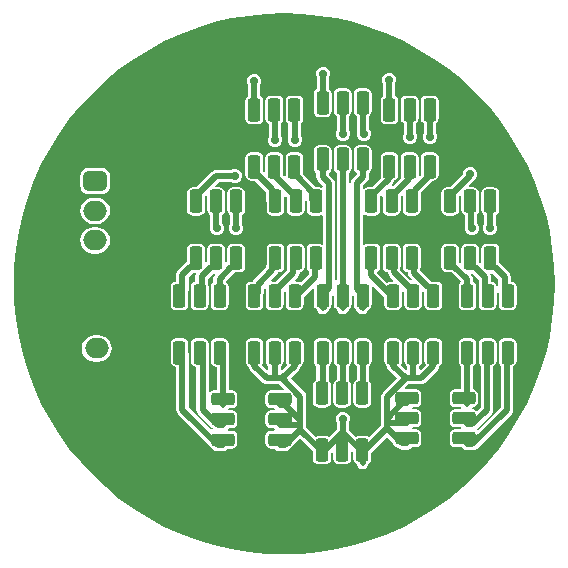
<source format=gtl>
G04*
G04 #@! TF.GenerationSoftware,Altium Limited,Altium Designer,21.4.1 (30)*
G04*
G04 Layer_Physical_Order=1*
G04 Layer_Color=255*
%FSLAX25Y25*%
%MOIN*%
G70*
G04*
G04 #@! TF.SameCoordinates,C5A25FCA-50C6-4F6C-8C9A-811C773B13C6*
G04*
G04*
G04 #@! TF.FilePolarity,Positive*
G04*
G01*
G75*
G04:AMPARAMS|DCode=12|XSize=78.74mil|YSize=43.31mil|CornerRadius=10.83mil|HoleSize=0mil|Usage=FLASHONLY|Rotation=180.000|XOffset=0mil|YOffset=0mil|HoleType=Round|Shape=RoundedRectangle|*
%AMROUNDEDRECTD12*
21,1,0.07874,0.02165,0,0,180.0*
21,1,0.05709,0.04331,0,0,180.0*
1,1,0.02165,-0.02854,0.01083*
1,1,0.02165,0.02854,0.01083*
1,1,0.02165,0.02854,-0.01083*
1,1,0.02165,-0.02854,-0.01083*
%
%ADD12ROUNDEDRECTD12*%
G04:AMPARAMS|DCode=13|XSize=78.74mil|YSize=43.31mil|CornerRadius=10.83mil|HoleSize=0mil|Usage=FLASHONLY|Rotation=270.000|XOffset=0mil|YOffset=0mil|HoleType=Round|Shape=RoundedRectangle|*
%AMROUNDEDRECTD13*
21,1,0.07874,0.02165,0,0,270.0*
21,1,0.05709,0.04331,0,0,270.0*
1,1,0.02165,-0.01083,-0.02854*
1,1,0.02165,-0.01083,0.02854*
1,1,0.02165,0.01083,0.02854*
1,1,0.02165,0.01083,-0.02854*
%
%ADD13ROUNDEDRECTD13*%
%ADD20C,0.02000*%
G04:AMPARAMS|DCode=21|XSize=66.93mil|YSize=78.74mil|CornerRadius=16.73mil|HoleSize=0mil|Usage=FLASHONLY|Rotation=270.000|XOffset=0mil|YOffset=0mil|HoleType=Round|Shape=RoundedRectangle|*
%AMROUNDEDRECTD21*
21,1,0.06693,0.04528,0,0,270.0*
21,1,0.03347,0.07874,0,0,270.0*
1,1,0.03346,-0.02264,-0.01673*
1,1,0.03346,-0.02264,0.01673*
1,1,0.03346,0.02264,0.01673*
1,1,0.03346,0.02264,-0.01673*
%
%ADD21ROUNDEDRECTD21*%
%ADD22O,0.07874X0.06693*%
%ADD23C,0.23622*%
%ADD24C,0.02756*%
G36*
X383399Y392507D02*
X389274Y391929D01*
X395097Y390967D01*
X400845Y389627D01*
X406494Y387913D01*
X412018Y385834D01*
X417394Y383398D01*
X422600Y380616D01*
X427613Y377499D01*
X432410Y374061D01*
X436973Y370316D01*
X441281Y366281D01*
X445316Y361973D01*
X449061Y357410D01*
X452499Y352613D01*
X455616Y347600D01*
X458398Y342394D01*
X460834Y337018D01*
X462913Y331494D01*
X464627Y325846D01*
X465967Y320097D01*
X466929Y314274D01*
X467507Y308399D01*
X467700Y302500D01*
X467507Y296601D01*
X466929Y290726D01*
X465967Y284903D01*
X464627Y279154D01*
X462913Y273506D01*
X460834Y267982D01*
X458398Y262606D01*
X455616Y257400D01*
X452499Y252387D01*
X449061Y247590D01*
X445316Y243027D01*
X441281Y238719D01*
X436973Y234684D01*
X432410Y230939D01*
X427613Y227501D01*
X422600Y224384D01*
X417394Y221602D01*
X412018Y219166D01*
X406494Y217087D01*
X400845Y215373D01*
X395097Y214033D01*
X389274Y213071D01*
X383399Y212493D01*
X377500Y212300D01*
X371601Y212493D01*
X365726Y213071D01*
X359903Y214033D01*
X354154Y215373D01*
X348506Y217087D01*
X342982Y219166D01*
X337606Y221602D01*
X332400Y224384D01*
X327387Y227501D01*
X322590Y230939D01*
X318027Y234684D01*
X313719Y238719D01*
X309684Y243027D01*
X305939Y247590D01*
X302501Y252387D01*
X299384Y257400D01*
X296602Y262606D01*
X294166Y267982D01*
X292087Y273506D01*
X290373Y279154D01*
X289033Y284903D01*
X288071Y290726D01*
X287493Y296601D01*
X287300Y302500D01*
X287493Y308399D01*
X288071Y314274D01*
X289033Y320097D01*
X290373Y325846D01*
X292087Y331494D01*
X294166Y337018D01*
X296602Y342394D01*
X299384Y347600D01*
X302501Y352613D01*
X305939Y357410D01*
X309684Y361973D01*
X313719Y366281D01*
X318027Y370316D01*
X322590Y374061D01*
X327387Y377499D01*
X332400Y380616D01*
X337606Y383398D01*
X342982Y385834D01*
X348506Y387913D01*
X354154Y389627D01*
X359903Y390967D01*
X365726Y391929D01*
X371601Y392507D01*
X377500Y392700D01*
X383399Y392507D01*
D02*
G37*
%LPC*%
G36*
X390973Y374878D02*
X390027D01*
X389153Y374516D01*
X388484Y373847D01*
X388122Y372973D01*
Y372027D01*
X388364Y371442D01*
Y367426D01*
X387876Y367100D01*
X387463Y366482D01*
X387318Y365752D01*
Y360043D01*
X387463Y359314D01*
X387876Y358695D01*
X388495Y358282D01*
X389224Y358137D01*
X391390D01*
X392119Y358282D01*
X392738Y358695D01*
X393151Y359314D01*
X393297Y360043D01*
Y365752D01*
X393151Y366482D01*
X392738Y367100D01*
X392443Y367298D01*
Y371080D01*
X392516Y371153D01*
X392878Y372027D01*
Y372973D01*
X392516Y373847D01*
X391847Y374516D01*
X390973Y374878D01*
D02*
G37*
G36*
X412973Y372878D02*
X412027D01*
X411153Y372516D01*
X410484Y371847D01*
X410122Y370973D01*
Y370027D01*
X410484Y369153D01*
X410518Y369119D01*
Y364926D01*
X410184Y364703D01*
X409771Y364084D01*
X409626Y363354D01*
Y357646D01*
X409771Y356916D01*
X410184Y356297D01*
X410803Y355884D01*
X411532Y355739D01*
X413698D01*
X414427Y355884D01*
X415046Y356297D01*
X415459Y356916D01*
X415604Y357646D01*
Y363354D01*
X415459Y364084D01*
X415046Y364703D01*
X414597Y365003D01*
Y369348D01*
X414878Y370027D01*
Y370973D01*
X414516Y371847D01*
X413847Y372516D01*
X412973Y372878D01*
D02*
G37*
G36*
X367973Y372378D02*
X367027D01*
X366153Y372016D01*
X365484Y371347D01*
X365122Y370473D01*
Y369527D01*
X365484Y368653D01*
X365490Y368647D01*
Y364945D01*
X365128Y364703D01*
X364715Y364084D01*
X364570Y363354D01*
Y357646D01*
X364715Y356916D01*
X365128Y356297D01*
X365747Y355884D01*
X366476Y355739D01*
X368642D01*
X369371Y355884D01*
X369990Y356297D01*
X370403Y356916D01*
X370548Y357646D01*
Y363354D01*
X370403Y364084D01*
X369990Y364703D01*
X369569Y364984D01*
Y368780D01*
X369878Y369527D01*
Y370473D01*
X369516Y371347D01*
X368847Y372016D01*
X367973Y372378D01*
D02*
G37*
G36*
X404776Y367659D02*
X402610D01*
X401881Y367513D01*
X401262Y367100D01*
X400849Y366482D01*
X400703Y365752D01*
Y360043D01*
X400849Y359314D01*
X401262Y358695D01*
X401807Y358331D01*
Y353420D01*
X401622Y352973D01*
Y352027D01*
X401984Y351153D01*
X402653Y350484D01*
X403527Y350122D01*
X404473D01*
X405347Y350484D01*
X406016Y351153D01*
X406378Y352027D01*
Y352973D01*
X406016Y353847D01*
X405886Y353977D01*
Y358536D01*
X406124Y358695D01*
X406537Y359314D01*
X406682Y360043D01*
Y365752D01*
X406537Y366482D01*
X406124Y367100D01*
X405505Y367513D01*
X404776Y367659D01*
D02*
G37*
G36*
X398083D02*
X395917D01*
X395188Y367513D01*
X394569Y367100D01*
X394156Y366482D01*
X394011Y365752D01*
Y360043D01*
X394156Y359314D01*
X394569Y358695D01*
X394961Y358433D01*
Y353791D01*
X394622Y352973D01*
Y352027D01*
X394984Y351153D01*
X395653Y350484D01*
X396527Y350122D01*
X397473D01*
X398347Y350484D01*
X399016Y351153D01*
X399378Y352027D01*
Y352973D01*
X399039Y353791D01*
Y358433D01*
X399431Y358695D01*
X399844Y359314D01*
X399989Y360043D01*
Y365752D01*
X399844Y366482D01*
X399431Y367100D01*
X398812Y367513D01*
X398083Y367659D01*
D02*
G37*
G36*
X427084Y365261D02*
X424918D01*
X424189Y365116D01*
X423570Y364703D01*
X423157Y364084D01*
X423011Y363354D01*
Y357646D01*
X423157Y356916D01*
X423570Y356297D01*
X423961Y356036D01*
Y352792D01*
X423622Y351973D01*
Y351027D01*
X423984Y350153D01*
X424653Y349484D01*
X425527Y349122D01*
X426473D01*
X427347Y349484D01*
X428016Y350153D01*
X428378Y351027D01*
Y351973D01*
X428040Y352790D01*
Y356035D01*
X428432Y356297D01*
X428845Y356916D01*
X428990Y357646D01*
Y363354D01*
X428845Y364084D01*
X428432Y364703D01*
X427813Y365116D01*
X427084Y365261D01*
D02*
G37*
G36*
X420391D02*
X418225D01*
X417496Y365116D01*
X416877Y364703D01*
X416464Y364084D01*
X416319Y363354D01*
Y357646D01*
X416464Y356916D01*
X416877Y356297D01*
X417365Y355972D01*
Y352559D01*
X417122Y351973D01*
Y351027D01*
X417484Y350153D01*
X418153Y349484D01*
X419027Y349122D01*
X419973D01*
X420847Y349484D01*
X421516Y350153D01*
X421878Y351027D01*
Y351973D01*
X421516Y352847D01*
X421443Y352920D01*
Y356100D01*
X421739Y356297D01*
X422152Y356916D01*
X422297Y357646D01*
Y363354D01*
X422152Y364084D01*
X421739Y364703D01*
X421120Y365116D01*
X420391Y365261D01*
D02*
G37*
G36*
X382028D02*
X379862D01*
X379133Y365116D01*
X378514Y364703D01*
X378101Y364084D01*
X377956Y363354D01*
Y357646D01*
X378101Y356916D01*
X378514Y356297D01*
X378933Y356017D01*
Y351724D01*
X378622Y350973D01*
Y350027D01*
X378984Y349153D01*
X379653Y348484D01*
X380527Y348122D01*
X381473D01*
X382347Y348484D01*
X383016Y349153D01*
X383378Y350027D01*
Y350973D01*
X383016Y351847D01*
X383012Y351851D01*
Y356054D01*
X383376Y356297D01*
X383789Y356916D01*
X383934Y357646D01*
Y363354D01*
X383789Y364084D01*
X383376Y364703D01*
X382757Y365116D01*
X382028Y365261D01*
D02*
G37*
G36*
X375335D02*
X373169D01*
X372440Y365116D01*
X371821Y364703D01*
X371408Y364084D01*
X371263Y363354D01*
Y357646D01*
X371408Y356916D01*
X371821Y356297D01*
X372337Y355953D01*
Y351491D01*
X372122Y350973D01*
Y350027D01*
X372484Y349153D01*
X373153Y348484D01*
X374027Y348122D01*
X374973D01*
X375847Y348484D01*
X376516Y349153D01*
X376878Y350027D01*
Y350973D01*
X376516Y351847D01*
X376415Y351948D01*
Y356118D01*
X376683Y356297D01*
X377096Y356916D01*
X377241Y357646D01*
Y363354D01*
X377096Y364084D01*
X376683Y364703D01*
X376064Y365116D01*
X375335Y365261D01*
D02*
G37*
G36*
X404776Y348761D02*
X402610D01*
X401881Y348616D01*
X401262Y348203D01*
X400849Y347584D01*
X400703Y346854D01*
Y341146D01*
X400849Y340416D01*
X401262Y339797D01*
X401626Y339554D01*
X401657Y339041D01*
X400219Y337603D01*
X399777Y336942D01*
X399636Y336229D01*
X399136Y336278D01*
Y339600D01*
X399431Y339797D01*
X399844Y340416D01*
X399989Y341146D01*
Y346854D01*
X399844Y347584D01*
X399431Y348203D01*
X398812Y348616D01*
X398083Y348761D01*
X395917D01*
X395188Y348616D01*
X394569Y348203D01*
X394156Y347584D01*
X394011Y346854D01*
Y341146D01*
X394156Y340416D01*
X394569Y339797D01*
X395057Y339471D01*
Y303574D01*
X395039Y303563D01*
X394539Y303846D01*
Y336000D01*
X394384Y336780D01*
X393942Y337442D01*
X392567Y338817D01*
X392618Y339425D01*
X392780Y339533D01*
X393222Y340195D01*
X393377Y340975D01*
X393297Y341380D01*
Y346854D01*
X393151Y347584D01*
X392738Y348203D01*
X392119Y348616D01*
X391390Y348761D01*
X389224D01*
X388495Y348616D01*
X387876Y348203D01*
X387463Y347584D01*
X387318Y346854D01*
Y341146D01*
X387463Y340416D01*
X387876Y339797D01*
X388268Y339536D01*
Y338193D01*
X388423Y337413D01*
X388865Y336751D01*
X390376Y335240D01*
X390333Y334791D01*
X389887Y334566D01*
X389812Y334616D01*
X389083Y334761D01*
X388123D01*
X383934Y338950D01*
Y344457D01*
X383789Y345186D01*
X383376Y345805D01*
X382757Y346218D01*
X382028Y346363D01*
X379862D01*
X379133Y346218D01*
X378514Y345805D01*
X378101Y345186D01*
X377956Y344457D01*
Y338748D01*
X377992Y338563D01*
X377582Y338344D01*
X377227Y338674D01*
X377241Y338748D01*
Y344457D01*
X377096Y345186D01*
X376683Y345805D01*
X376064Y346218D01*
X375335Y346363D01*
X373169D01*
X372440Y346218D01*
X371821Y345805D01*
X371408Y345186D01*
X371263Y344457D01*
Y340064D01*
X370763Y339818D01*
X370548Y339984D01*
Y344457D01*
X370403Y345186D01*
X369990Y345805D01*
X369371Y346218D01*
X368642Y346363D01*
X366476D01*
X365747Y346218D01*
X365128Y345805D01*
X364715Y345186D01*
X364570Y344457D01*
Y338748D01*
X364715Y338018D01*
X365128Y337400D01*
X365747Y336986D01*
X366476Y336841D01*
X367775D01*
X371461Y333155D01*
Y330500D01*
X371616Y329720D01*
X371625Y329707D01*
Y327146D01*
X371770Y326416D01*
X372183Y325797D01*
X372802Y325384D01*
X373532Y325239D01*
X375697D01*
X376427Y325384D01*
X377045Y325797D01*
X377458Y326416D01*
X377604Y327146D01*
Y331535D01*
X378104Y331780D01*
X378318Y331614D01*
Y327146D01*
X378463Y326416D01*
X378876Y325797D01*
X379495Y325384D01*
X380224Y325239D01*
X382390D01*
X383119Y325384D01*
X383738Y325797D01*
X384151Y326416D01*
X384296Y327146D01*
Y331619D01*
X384797Y331887D01*
X384846Y331853D01*
Y330500D01*
X385002Y329720D01*
X385011Y329707D01*
Y327146D01*
X385156Y326416D01*
X385569Y325797D01*
X386188Y325384D01*
X386917Y325239D01*
X389083D01*
X389812Y325384D01*
X389961Y325483D01*
X390461Y325216D01*
Y315886D01*
X389961Y315619D01*
X389812Y315718D01*
X389083Y315863D01*
X386917D01*
X386188Y315718D01*
X385569Y315305D01*
X385156Y314686D01*
X385011Y313957D01*
Y308248D01*
X385156Y307518D01*
X385569Y306900D01*
X385855Y306709D01*
Y305739D01*
X383064Y302948D01*
X382812Y303116D01*
X382083Y303261D01*
X381298D01*
X381107Y303723D01*
X382041Y304657D01*
X382483Y305319D01*
X382639Y306099D01*
Y306391D01*
X383119Y306487D01*
X383738Y306900D01*
X384151Y307518D01*
X384296Y308248D01*
Y313957D01*
X384151Y314686D01*
X383738Y315305D01*
X383119Y315718D01*
X382390Y315863D01*
X380224D01*
X379495Y315718D01*
X378876Y315305D01*
X378463Y314686D01*
X378318Y313957D01*
Y308248D01*
X378463Y307518D01*
X378560Y307373D01*
Y306944D01*
X374936Y303320D01*
X374686Y303270D01*
X374673Y303261D01*
X373393D01*
X373158Y303734D01*
X374942Y305517D01*
X375384Y306179D01*
X375416Y306341D01*
X375697D01*
X376427Y306487D01*
X377045Y306900D01*
X377458Y307518D01*
X377604Y308248D01*
Y313957D01*
X377458Y314686D01*
X377045Y315305D01*
X376427Y315718D01*
X375697Y315863D01*
X373532D01*
X372802Y315718D01*
X372183Y315305D01*
X371770Y314686D01*
X371625Y313957D01*
Y308965D01*
X371616Y308952D01*
X371461Y308172D01*
Y307804D01*
X367287Y303630D01*
X367040Y303261D01*
X366531D01*
X365802Y303116D01*
X365183Y302703D01*
X364770Y302084D01*
X364625Y301354D01*
Y295646D01*
X364770Y294916D01*
X365183Y294297D01*
X365802Y293884D01*
X366531Y293739D01*
X368697D01*
X369426Y293884D01*
X370045Y294297D01*
X370458Y294916D01*
X370604Y295646D01*
Y298821D01*
X370612Y298834D01*
X370768Y299614D01*
Y300901D01*
X370818Y300932D01*
X371318Y300654D01*
Y295646D01*
X371463Y294916D01*
X371876Y294297D01*
X372495Y293884D01*
X373224Y293739D01*
X375390D01*
X376119Y293884D01*
X376738Y294297D01*
X377151Y294916D01*
X377296Y295646D01*
Y299764D01*
X377511Y299926D01*
X378011Y299679D01*
Y295646D01*
X378156Y294916D01*
X378569Y294297D01*
X379188Y293884D01*
X379917Y293739D01*
X382083D01*
X382812Y293884D01*
X383431Y294297D01*
X383844Y294916D01*
X383989Y295646D01*
Y298106D01*
X386818Y300934D01*
X387318Y300727D01*
Y295646D01*
X387463Y294916D01*
X387876Y294297D01*
X388374Y293965D01*
X388423Y293720D01*
X388865Y293058D01*
X389527Y292616D01*
X390307Y292461D01*
X391087Y292616D01*
X391749Y293058D01*
X392451Y293760D01*
X392893Y294422D01*
X392923Y294575D01*
X393151Y294916D01*
X393297Y295646D01*
Y298688D01*
X393511Y298849D01*
X394011Y298600D01*
Y295646D01*
X394156Y294916D01*
X394569Y294297D01*
X395067Y293965D01*
X395116Y293720D01*
X395558Y293058D01*
X396220Y292616D01*
X397000Y292461D01*
X397780Y292616D01*
X398442Y293058D01*
X398538Y293155D01*
X398538Y293155D01*
X398980Y293816D01*
X399022Y294024D01*
X399431Y294297D01*
X399844Y294916D01*
X399989Y295646D01*
Y298600D01*
X400489Y298849D01*
X400703Y298688D01*
Y295646D01*
X400849Y294916D01*
X401077Y294575D01*
X401107Y294422D01*
X401549Y293760D01*
X402251Y293058D01*
X402913Y292616D01*
X403693Y292461D01*
X404473Y292616D01*
X405135Y293058D01*
X405577Y293720D01*
X405626Y293965D01*
X406124Y294297D01*
X406537Y294916D01*
X406682Y295646D01*
Y301354D01*
X406651Y301511D01*
X407112Y301758D01*
X410654Y298216D01*
Y297114D01*
X410809Y296334D01*
X410818Y296321D01*
Y295646D01*
X410963Y294916D01*
X411376Y294297D01*
X411995Y293884D01*
X412724Y293739D01*
X414890D01*
X415619Y293884D01*
X416238Y294297D01*
X416651Y294916D01*
X416796Y295646D01*
Y299877D01*
X417297Y300122D01*
X417511Y299957D01*
Y295646D01*
X417656Y294916D01*
X418069Y294297D01*
X418688Y293884D01*
X419417Y293739D01*
X421583D01*
X422312Y293884D01*
X422931Y294297D01*
X423344Y294916D01*
X423489Y295646D01*
Y299679D01*
X423989Y299926D01*
X424203Y299764D01*
Y295646D01*
X424349Y294916D01*
X424762Y294297D01*
X425381Y293884D01*
X426110Y293739D01*
X428276D01*
X429005Y293884D01*
X429624Y294297D01*
X430037Y294916D01*
X430182Y295646D01*
Y301354D01*
X430037Y302084D01*
X429624Y302703D01*
X429005Y303116D01*
X428276Y303261D01*
X426827D01*
X426814Y303270D01*
X426564Y303320D01*
X422843Y307041D01*
Y307517D01*
X422844Y307518D01*
X422989Y308248D01*
Y313957D01*
X422844Y314686D01*
X422431Y315305D01*
X421812Y315718D01*
X421083Y315863D01*
X418917D01*
X418188Y315718D01*
X417569Y315305D01*
X417156Y314686D01*
X417011Y313957D01*
Y308248D01*
X417156Y307518D01*
X417569Y306900D01*
X418188Y306487D01*
X418765Y306372D01*
Y306196D01*
X418920Y305415D01*
X419362Y304754D01*
X419982Y304135D01*
X419817Y303592D01*
X419796Y303588D01*
X416247Y307137D01*
Y307999D01*
X416296Y308248D01*
Y313957D01*
X416151Y314686D01*
X415738Y315305D01*
X415119Y315718D01*
X414390Y315863D01*
X412224D01*
X411495Y315718D01*
X410876Y315305D01*
X410463Y314686D01*
X410318Y313957D01*
Y308248D01*
X410463Y307518D01*
X410876Y306900D01*
X411495Y306487D01*
X412169Y306352D01*
Y306292D01*
X412324Y305512D01*
X412766Y304850D01*
X413893Y303723D01*
X413702Y303261D01*
X412724D01*
X411995Y303116D01*
X411711Y302926D01*
X408578Y306059D01*
X408618Y306614D01*
X409045Y306900D01*
X409458Y307518D01*
X409604Y308248D01*
Y313957D01*
X409458Y314686D01*
X409045Y315305D01*
X408427Y315718D01*
X407697Y315863D01*
X405532D01*
X404802Y315718D01*
X404201Y315317D01*
X404097Y315337D01*
X403701Y315483D01*
Y325620D01*
X404097Y325766D01*
X404201Y325786D01*
X404802Y325384D01*
X405532Y325239D01*
X407697D01*
X408427Y325384D01*
X409045Y325797D01*
X409458Y326416D01*
X409604Y327146D01*
Y331684D01*
X409818Y331849D01*
X410318Y331604D01*
Y327146D01*
X410463Y326416D01*
X410876Y325797D01*
X411495Y325384D01*
X412224Y325239D01*
X414390D01*
X415119Y325384D01*
X415738Y325797D01*
X416151Y326416D01*
X416296Y327146D01*
Y331764D01*
X416511Y331930D01*
X417011Y331684D01*
Y327146D01*
X417156Y326416D01*
X417569Y325797D01*
X418188Y325384D01*
X418917Y325239D01*
X421083D01*
X421812Y325384D01*
X422431Y325797D01*
X422844Y326416D01*
X422989Y327146D01*
Y330321D01*
X422998Y330334D01*
X423153Y331114D01*
Y333020D01*
X426975Y336841D01*
X427084D01*
X427813Y336986D01*
X428432Y337400D01*
X428845Y338018D01*
X428990Y338748D01*
Y343192D01*
X429077Y343322D01*
X429232Y344102D01*
X429077Y344883D01*
X428635Y345544D01*
X428583Y345579D01*
X428432Y345805D01*
X427813Y346218D01*
X427084Y346363D01*
X424918D01*
X424189Y346218D01*
X423570Y345805D01*
X423157Y345186D01*
X423011Y344457D01*
Y338751D01*
X422966Y338707D01*
X422763Y338525D01*
X422352Y338722D01*
X422297Y338770D01*
Y344457D01*
X422152Y345186D01*
X421739Y345805D01*
X421120Y346218D01*
X420391Y346363D01*
X418225D01*
X417496Y346218D01*
X416877Y345805D01*
X416464Y345186D01*
X416319Y344457D01*
Y338748D01*
X416464Y338018D01*
X416532Y337916D01*
X413624Y335008D01*
X413509Y335031D01*
X413345Y335574D01*
X413780Y336009D01*
X414222Y336671D01*
X414279Y336957D01*
X414427Y336986D01*
X415046Y337400D01*
X415459Y338018D01*
X415604Y338748D01*
Y344457D01*
X415459Y345186D01*
X415046Y345805D01*
X414427Y346218D01*
X413698Y346363D01*
X411532D01*
X410803Y346218D01*
X410184Y345805D01*
X409771Y345186D01*
X409626Y344457D01*
Y338748D01*
X409771Y338018D01*
X409871Y337868D01*
X406765Y334761D01*
X405532D01*
X404802Y334616D01*
X404201Y334214D01*
X404097Y334234D01*
X403701Y334380D01*
Y335317D01*
X405183Y336799D01*
X405625Y337461D01*
X405780Y338241D01*
Y339568D01*
X406124Y339797D01*
X406537Y340416D01*
X406682Y341146D01*
Y346854D01*
X406537Y347584D01*
X406124Y348203D01*
X405505Y348616D01*
X404776Y348761D01*
D02*
G37*
G36*
X361473Y340878D02*
X360527D01*
X359709Y340539D01*
X354842D01*
X354062Y340384D01*
X353401Y339942D01*
X348220Y334761D01*
X347031D01*
X346302Y334616D01*
X345683Y334203D01*
X345270Y333584D01*
X345125Y332854D01*
Y327146D01*
X345270Y326416D01*
X345683Y325797D01*
X346302Y325384D01*
X347031Y325239D01*
X349197D01*
X349926Y325384D01*
X350545Y325797D01*
X350958Y326416D01*
X351104Y327146D01*
Y331728D01*
X351318Y331894D01*
X351818Y331649D01*
Y327146D01*
X351963Y326416D01*
X352376Y325797D01*
X352864Y325471D01*
Y322058D01*
X352622Y321473D01*
Y320527D01*
X352984Y319653D01*
X353653Y318984D01*
X354527Y318622D01*
X355473D01*
X356347Y318984D01*
X357016Y319653D01*
X357378Y320527D01*
Y321473D01*
X357016Y322347D01*
X356943Y322420D01*
Y325600D01*
X357238Y325797D01*
X357651Y326416D01*
X357797Y327146D01*
Y332854D01*
X357651Y333584D01*
X357238Y334203D01*
X356619Y334616D01*
X355890Y334761D01*
X354641D01*
X354449Y335223D01*
X355687Y336461D01*
X359709D01*
X360527Y336122D01*
X361473D01*
X362347Y336484D01*
X363016Y337153D01*
X363378Y338027D01*
Y338973D01*
X363016Y339847D01*
X362347Y340516D01*
X361473Y340878D01*
D02*
G37*
G36*
X316764Y341055D02*
X312236D01*
X311538Y340963D01*
X310888Y340693D01*
X310330Y340265D01*
X309901Y339706D01*
X309632Y339056D01*
X309540Y338358D01*
Y335012D01*
X309632Y334314D01*
X309901Y333664D01*
X310330Y333105D01*
X310888Y332677D01*
X311538Y332407D01*
X312236Y332315D01*
X316764D01*
X317462Y332407D01*
X318112Y332677D01*
X318670Y333105D01*
X319099Y333664D01*
X319368Y334314D01*
X319460Y335012D01*
Y338358D01*
X319368Y339056D01*
X319099Y339706D01*
X318670Y340265D01*
X318112Y340693D01*
X317462Y340963D01*
X316764Y341055D01*
D02*
G37*
G36*
X315091Y331226D02*
X313909D01*
X312775Y331077D01*
X311718Y330639D01*
X310809Y329942D01*
X310113Y329034D01*
X309675Y327977D01*
X309525Y326842D01*
X309675Y325708D01*
X310113Y324651D01*
X310809Y323743D01*
X311718Y323046D01*
X312775Y322608D01*
X313909Y322459D01*
X315091D01*
X316225Y322608D01*
X317283Y323046D01*
X318191Y323743D01*
X318887Y324651D01*
X319325Y325708D01*
X319475Y326842D01*
X319325Y327977D01*
X318887Y329034D01*
X318191Y329942D01*
X317283Y330639D01*
X316225Y331077D01*
X315091Y331226D01*
D02*
G37*
G36*
X447276Y334761D02*
X445110D01*
X444381Y334616D01*
X443762Y334203D01*
X443349Y333584D01*
X443203Y332854D01*
Y327146D01*
X443349Y326416D01*
X443762Y325797D01*
X444057Y325600D01*
Y322420D01*
X443984Y322347D01*
X443622Y321473D01*
Y320527D01*
X443984Y319653D01*
X444653Y318984D01*
X445527Y318622D01*
X446473D01*
X447347Y318984D01*
X448016Y319653D01*
X448378Y320527D01*
Y321473D01*
X448136Y322058D01*
Y325471D01*
X448624Y325797D01*
X449037Y326416D01*
X449182Y327146D01*
Y332854D01*
X449037Y333584D01*
X448624Y334203D01*
X448005Y334616D01*
X447276Y334761D01*
D02*
G37*
G36*
X439973Y341378D02*
X439027D01*
X438153Y341016D01*
X437484Y340347D01*
X437122Y339473D01*
Y339015D01*
X432868Y334761D01*
X431724D01*
X430995Y334616D01*
X430376Y334203D01*
X429963Y333584D01*
X429818Y332854D01*
Y327146D01*
X429963Y326416D01*
X430376Y325797D01*
X430995Y325384D01*
X431724Y325239D01*
X433890D01*
X434619Y325384D01*
X435238Y325797D01*
X435651Y326416D01*
X435796Y327146D01*
Y331773D01*
X436011Y331939D01*
X436511Y331694D01*
Y327146D01*
X436656Y326416D01*
X437069Y325797D01*
X437688Y325384D01*
X437711Y325379D01*
Y321687D01*
X437622Y321473D01*
Y320527D01*
X437984Y319653D01*
X438653Y318984D01*
X439527Y318622D01*
X440473D01*
X441347Y318984D01*
X442016Y319653D01*
X442378Y320527D01*
Y321473D01*
X442016Y322347D01*
X441789Y322574D01*
Y325703D01*
X441931Y325797D01*
X442344Y326416D01*
X442489Y327146D01*
Y332854D01*
X442344Y333584D01*
X441931Y334203D01*
X441312Y334616D01*
X440583Y334761D01*
X439289D01*
X439097Y335223D01*
X440942Y337067D01*
X440965Y337102D01*
X441516Y337653D01*
X441878Y338527D01*
Y339473D01*
X441516Y340347D01*
X440847Y341016D01*
X439973Y341378D01*
D02*
G37*
G36*
X362583Y334761D02*
X360417D01*
X359688Y334616D01*
X359069Y334203D01*
X358656Y333584D01*
X358511Y332854D01*
Y327146D01*
X358656Y326416D01*
X359069Y325797D01*
X359461Y325536D01*
Y322291D01*
X359122Y321473D01*
Y320527D01*
X359484Y319653D01*
X360153Y318984D01*
X361027Y318622D01*
X361973D01*
X362847Y318984D01*
X363516Y319653D01*
X363878Y320527D01*
Y321473D01*
X363539Y322291D01*
Y325536D01*
X363931Y325797D01*
X364344Y326416D01*
X364489Y327146D01*
Y332854D01*
X364344Y333584D01*
X363931Y334203D01*
X363312Y334616D01*
X362583Y334761D01*
D02*
G37*
G36*
X315091Y321384D02*
X313909D01*
X312775Y321235D01*
X311718Y320797D01*
X310809Y320100D01*
X310113Y319192D01*
X309675Y318135D01*
X309525Y317000D01*
X309675Y315865D01*
X310113Y314808D01*
X310809Y313900D01*
X311718Y313203D01*
X312775Y312765D01*
X313909Y312616D01*
X315091D01*
X316225Y312765D01*
X317283Y313203D01*
X318191Y313900D01*
X318887Y314808D01*
X319325Y315865D01*
X319475Y317000D01*
X319325Y318135D01*
X318887Y319192D01*
X318191Y320100D01*
X317283Y320797D01*
X316225Y321235D01*
X315091Y321384D01*
D02*
G37*
G36*
X362583Y315863D02*
X360417D01*
X359688Y315718D01*
X359069Y315305D01*
X358656Y314686D01*
X358511Y313957D01*
Y309843D01*
X358296Y309680D01*
X357797Y309929D01*
Y313957D01*
X357651Y314686D01*
X357238Y315305D01*
X356619Y315718D01*
X355890Y315863D01*
X353724D01*
X352995Y315718D01*
X352376Y315305D01*
X351963Y314686D01*
X351818Y313957D01*
Y309843D01*
X351604Y309680D01*
X351104Y309929D01*
Y313957D01*
X350958Y314686D01*
X350545Y315305D01*
X349926Y315718D01*
X349197Y315863D01*
X347031D01*
X346302Y315718D01*
X345683Y315305D01*
X345270Y314686D01*
X345125Y313957D01*
Y309885D01*
X344786Y309658D01*
X342172Y307044D01*
X341730Y306383D01*
X341575Y305602D01*
Y303261D01*
X341531D01*
X340802Y303116D01*
X340183Y302703D01*
X339770Y302084D01*
X339625Y301354D01*
Y295646D01*
X339770Y294916D01*
X340183Y294297D01*
X340802Y293884D01*
X341531Y293739D01*
X343697D01*
X344426Y293884D01*
X345045Y294297D01*
X345458Y294916D01*
X345604Y295646D01*
Y299977D01*
X345653Y300227D01*
Y304758D01*
X347102Y306206D01*
X347736Y306332D01*
X348112Y306053D01*
X348193Y305900D01*
X348091Y305747D01*
X347936Y304967D01*
Y303204D01*
X347495Y303116D01*
X346876Y302703D01*
X346463Y302084D01*
X346318Y301354D01*
Y295646D01*
X346463Y294916D01*
X346876Y294297D01*
X347495Y293884D01*
X348224Y293739D01*
X350390D01*
X351119Y293884D01*
X351738Y294297D01*
X352151Y294916D01*
X352296Y295646D01*
Y301354D01*
X352151Y302084D01*
X352014Y302290D01*
Y304122D01*
X354043Y306151D01*
X354245Y306136D01*
X354387Y305904D01*
X354461Y305617D01*
X354072Y305035D01*
X353917Y304255D01*
Y302935D01*
X353569Y302703D01*
X353156Y302084D01*
X353011Y301354D01*
Y295646D01*
X353156Y294916D01*
X353569Y294297D01*
X354188Y293884D01*
X354917Y293739D01*
X357083D01*
X357812Y293884D01*
X358431Y294297D01*
X358844Y294916D01*
X358989Y295646D01*
Y301354D01*
X358844Y302084D01*
X358431Y302703D01*
X358072Y302942D01*
X358040Y303456D01*
X360866Y306282D01*
X361121Y306332D01*
X361135Y306341D01*
X362583D01*
X363312Y306487D01*
X363931Y306900D01*
X364344Y307518D01*
X364489Y308248D01*
Y313957D01*
X364344Y314686D01*
X363931Y315305D01*
X363312Y315718D01*
X362583Y315863D01*
D02*
G37*
G36*
X447276D02*
X445110D01*
X444381Y315718D01*
X443762Y315305D01*
X443349Y314686D01*
X443203Y313957D01*
Y309816D01*
X442703Y309570D01*
X442489Y309736D01*
Y313957D01*
X442344Y314686D01*
X441931Y315305D01*
X441312Y315718D01*
X440583Y315863D01*
X438417D01*
X437688Y315718D01*
X437069Y315305D01*
X436656Y314686D01*
X436511Y313957D01*
Y309816D01*
X436011Y309570D01*
X435796Y309736D01*
Y313957D01*
X435651Y314686D01*
X435238Y315305D01*
X434619Y315718D01*
X433890Y315863D01*
X431724D01*
X430995Y315718D01*
X430376Y315305D01*
X429963Y314686D01*
X429818Y313957D01*
Y308248D01*
X429963Y307518D01*
X430376Y306900D01*
X430995Y306487D01*
X431724Y306341D01*
X433173D01*
X433186Y306332D01*
X433308Y306308D01*
X436310Y303306D01*
X436272Y302762D01*
X436183Y302703D01*
X435770Y302084D01*
X435625Y301354D01*
Y295646D01*
X435770Y294916D01*
X436183Y294297D01*
X436802Y293884D01*
X437532Y293739D01*
X439697D01*
X440426Y293884D01*
X441045Y294297D01*
X441458Y294916D01*
X441604Y295646D01*
Y301354D01*
X441458Y302084D01*
X441045Y302703D01*
X440491Y303073D01*
Y304048D01*
X440336Y304829D01*
X439894Y305490D01*
X439777Y305607D01*
X439961Y306130D01*
X440158Y306151D01*
X442454Y303855D01*
Y302039D01*
X442318Y301354D01*
Y295646D01*
X442463Y294916D01*
X442876Y294297D01*
X443495Y293884D01*
X444224Y293739D01*
X446390D01*
X447119Y293884D01*
X447738Y294297D01*
X448151Y294916D01*
X448296Y295646D01*
Y301354D01*
X448151Y302084D01*
X447738Y302703D01*
X447119Y303116D01*
X446532Y303233D01*
Y304700D01*
X446377Y305480D01*
X446265Y305648D01*
X446538Y306128D01*
X446849Y306153D01*
X448935Y304067D01*
Y299809D01*
X449011Y299429D01*
Y295646D01*
X449156Y294916D01*
X449569Y294297D01*
X450188Y293884D01*
X450917Y293739D01*
X453083D01*
X453812Y293884D01*
X454431Y294297D01*
X454844Y294916D01*
X454989Y295646D01*
Y301354D01*
X454844Y302084D01*
X454431Y302703D01*
X453812Y303116D01*
X453083Y303261D01*
X453013D01*
Y304912D01*
X453013Y304912D01*
X452858Y305692D01*
X452416Y306354D01*
X449182Y309587D01*
Y313957D01*
X449037Y314686D01*
X448624Y315305D01*
X448005Y315718D01*
X447276Y315863D01*
D02*
G37*
G36*
X315591Y285384D02*
X314409D01*
X313275Y285235D01*
X312217Y284797D01*
X311310Y284100D01*
X310613Y283192D01*
X310175Y282135D01*
X310026Y281000D01*
X310175Y279865D01*
X310613Y278808D01*
X311310Y277900D01*
X312217Y277203D01*
X313275Y276765D01*
X314409Y276616D01*
X315591D01*
X316725Y276765D01*
X317782Y277203D01*
X318690Y277900D01*
X319387Y278808D01*
X319825Y279865D01*
X319974Y281000D01*
X319825Y282135D01*
X319387Y283192D01*
X318690Y284100D01*
X317782Y284797D01*
X316725Y285235D01*
X315591Y285384D01*
D02*
G37*
G36*
X428276Y284363D02*
X426110D01*
X425381Y284218D01*
X424762Y283805D01*
X424349Y283186D01*
X424203Y282457D01*
Y276748D01*
X424349Y276018D01*
X424649Y275569D01*
X423001Y273920D01*
X422539Y274112D01*
Y275138D01*
X422931Y275400D01*
X423344Y276018D01*
X423489Y276748D01*
Y282457D01*
X423344Y283186D01*
X422931Y283805D01*
X422312Y284218D01*
X421583Y284363D01*
X419417D01*
X418688Y284218D01*
X418069Y283805D01*
X417656Y283186D01*
X417511Y282457D01*
Y276748D01*
X417656Y276018D01*
X418069Y275400D01*
X418461Y275138D01*
Y274112D01*
X417999Y273920D01*
X416351Y275569D01*
X416651Y276018D01*
X416796Y276748D01*
Y282457D01*
X416651Y283186D01*
X416238Y283805D01*
X415619Y284218D01*
X414890Y284363D01*
X412724D01*
X411995Y284218D01*
X411376Y283805D01*
X410963Y283186D01*
X410818Y282457D01*
Y276748D01*
X410963Y276018D01*
X411376Y275400D01*
X411789Y275124D01*
X411923Y274448D01*
X412365Y273786D01*
X415152Y271000D01*
X410309Y266157D01*
X409867Y265496D01*
X409712Y264715D01*
Y257613D01*
Y255276D01*
X405817Y251381D01*
X405312Y251718D01*
X404583Y251863D01*
X402417D01*
X401688Y251718D01*
X401415Y251536D01*
X399231Y253720D01*
Y256671D01*
X399378Y257027D01*
Y257973D01*
X399016Y258847D01*
X398347Y259516D01*
X397473Y259878D01*
X396527D01*
X395653Y259516D01*
X394984Y258847D01*
X394622Y257973D01*
Y257027D01*
X394984Y256153D01*
X395152Y255985D01*
Y254103D01*
X392431Y251381D01*
X391927Y251718D01*
X391197Y251863D01*
X389032D01*
X388302Y251718D01*
X388029Y251536D01*
X384914Y254650D01*
Y257045D01*
X384914Y257045D01*
X384914Y257045D01*
Y264896D01*
X384759Y265677D01*
X384317Y266338D01*
X379656Y271000D01*
X382442Y273786D01*
X382884Y274448D01*
X383018Y275124D01*
X383431Y275400D01*
X383844Y276018D01*
X383989Y276748D01*
Y282457D01*
X383844Y283186D01*
X383431Y283805D01*
X382812Y284218D01*
X382083Y284363D01*
X379917D01*
X379188Y284218D01*
X378569Y283805D01*
X378156Y283186D01*
X378011Y282457D01*
Y276748D01*
X378156Y276018D01*
X378456Y275569D01*
X376808Y273920D01*
X376346Y274112D01*
Y275138D01*
X376738Y275400D01*
X377151Y276018D01*
X377296Y276748D01*
Y282457D01*
X377151Y283186D01*
X376738Y283805D01*
X376119Y284218D01*
X375390Y284363D01*
X373224D01*
X372495Y284218D01*
X371876Y283805D01*
X371463Y283186D01*
X371318Y282457D01*
Y276748D01*
X371463Y276018D01*
X371876Y275400D01*
X372268Y275138D01*
Y274112D01*
X371806Y273920D01*
X370158Y275569D01*
X370458Y276018D01*
X370604Y276748D01*
Y282457D01*
X370458Y283186D01*
X370045Y283805D01*
X369426Y284218D01*
X368697Y284363D01*
X366531D01*
X365802Y284218D01*
X365183Y283805D01*
X364770Y283186D01*
X364625Y282457D01*
Y276748D01*
X364770Y276018D01*
X365183Y275400D01*
X365596Y275124D01*
X365730Y274448D01*
X366172Y273786D01*
X370401Y269558D01*
X371062Y269116D01*
X371843Y268961D01*
X375927D01*
X377444Y267443D01*
X377253Y266982D01*
X373146D01*
X372416Y266836D01*
X371797Y266423D01*
X371384Y265804D01*
X371239Y265075D01*
Y262909D01*
X371384Y262180D01*
X371797Y261561D01*
X372416Y261148D01*
X373146Y261003D01*
X374118D01*
X374315Y260789D01*
X374282Y260612D01*
X374043Y260289D01*
X373146D01*
X372416Y260143D01*
X371797Y259730D01*
X371384Y259111D01*
X371239Y258382D01*
Y256217D01*
X371384Y255487D01*
X371797Y254868D01*
X372416Y254455D01*
X373146Y254310D01*
X374118D01*
X374304Y254096D01*
X374188Y253744D01*
X374054Y253596D01*
X373146D01*
X372416Y253450D01*
X371797Y253037D01*
X371384Y252419D01*
X371239Y251689D01*
Y249524D01*
X371384Y248794D01*
X371797Y248175D01*
X372416Y247762D01*
X373146Y247617D01*
X374390D01*
X374558Y247365D01*
X375220Y246923D01*
X376000Y246768D01*
X377727D01*
X378507Y246923D01*
X379169Y247365D01*
X379561Y247758D01*
X379584Y247762D01*
X380203Y248175D01*
X380616Y248794D01*
X380621Y248817D01*
X382801Y250997D01*
X387125Y246673D01*
Y244248D01*
X387270Y243518D01*
X387683Y242900D01*
X388302Y242487D01*
X389032Y242341D01*
X391197D01*
X391927Y242487D01*
X392545Y242900D01*
X392958Y243518D01*
X393104Y244248D01*
Y246138D01*
X393318Y246304D01*
X393818Y246059D01*
Y244248D01*
X393963Y243518D01*
X394376Y242900D01*
X394995Y242487D01*
X395724Y242341D01*
X397890D01*
X398619Y242487D01*
X399238Y242900D01*
X399651Y243518D01*
X399797Y244248D01*
Y246444D01*
X400296Y246689D01*
X400511Y246523D01*
Y244248D01*
X400656Y243518D01*
X401069Y242900D01*
X401688Y242487D01*
X401724Y242479D01*
X401809Y242050D01*
X402251Y241389D01*
X402913Y240947D01*
X403693Y240792D01*
X404473Y240947D01*
X405135Y241389D01*
X405577Y242050D01*
X405718Y242757D01*
X405931Y242900D01*
X406344Y243518D01*
X406489Y244248D01*
Y246287D01*
X411751Y251548D01*
X413828Y249471D01*
X413884Y249188D01*
X414297Y248569D01*
X414916Y248156D01*
X415199Y248099D01*
X415434Y247865D01*
X416095Y247423D01*
X416876Y247268D01*
X418602D01*
X419383Y247423D01*
X420044Y247865D01*
X420142Y248011D01*
X421354D01*
X422084Y248156D01*
X422703Y248569D01*
X423116Y249188D01*
X423261Y249917D01*
Y252083D01*
X423116Y252812D01*
X422703Y253431D01*
X422084Y253844D01*
X421354Y253989D01*
X420437D01*
X420195Y254489D01*
X420363Y254703D01*
X421354D01*
X422084Y254849D01*
X422703Y255262D01*
X423116Y255881D01*
X423261Y256610D01*
Y258776D01*
X423116Y259505D01*
X422703Y260124D01*
X422084Y260537D01*
X421354Y260682D01*
X420437D01*
X420195Y261182D01*
X420363Y261396D01*
X421354D01*
X422084Y261542D01*
X422703Y261955D01*
X423116Y262574D01*
X423261Y263303D01*
Y265469D01*
X423116Y266198D01*
X422703Y266817D01*
X422084Y267230D01*
X421354Y267375D01*
X417948D01*
X417756Y267837D01*
X418880Y268961D01*
X422965D01*
X423745Y269116D01*
X424406Y269558D01*
X428635Y273786D01*
X429077Y274448D01*
X429211Y275124D01*
X429624Y275400D01*
X430037Y276018D01*
X430182Y276748D01*
Y282457D01*
X430037Y283186D01*
X429624Y283805D01*
X429005Y284218D01*
X428276Y284363D01*
D02*
G37*
G36*
X357083D02*
X354917D01*
X354188Y284218D01*
X353569Y283805D01*
X353156Y283186D01*
X353011Y282457D01*
Y276748D01*
X353156Y276018D01*
X353569Y275400D01*
X354188Y274987D01*
X354917Y274841D01*
X355012D01*
Y266982D01*
X354248D01*
X353518Y266836D01*
X352900Y266423D01*
X352846Y266343D01*
X352346Y266495D01*
Y279602D01*
X352296Y279853D01*
Y282457D01*
X352151Y283186D01*
X351738Y283805D01*
X351119Y284218D01*
X350390Y284363D01*
X348224D01*
X347495Y284218D01*
X346876Y283805D01*
X346463Y283186D01*
X346318Y282457D01*
Y276748D01*
X346463Y276018D01*
X346876Y275400D01*
X347495Y274987D01*
X348224Y274841D01*
X348268D01*
Y260524D01*
X348423Y259743D01*
X348865Y259082D01*
X352540Y255407D01*
X352900Y254868D01*
X353439Y254508D01*
X353645Y254302D01*
X353504Y253736D01*
X353336Y253685D01*
X345653Y261368D01*
Y279602D01*
X345604Y279853D01*
Y282457D01*
X345458Y283186D01*
X345045Y283805D01*
X344426Y284218D01*
X343697Y284363D01*
X341531D01*
X340802Y284218D01*
X340183Y283805D01*
X339770Y283186D01*
X339625Y282457D01*
Y276748D01*
X339770Y276018D01*
X340183Y275400D01*
X340802Y274987D01*
X341531Y274841D01*
X341575D01*
Y260524D01*
X341730Y259743D01*
X342172Y259082D01*
X352540Y248714D01*
X352900Y248175D01*
X353439Y247815D01*
X353889Y247365D01*
X354550Y246923D01*
X355331Y246768D01*
X357102D01*
X357883Y246923D01*
X358544Y247365D01*
X358713Y247617D01*
X359957D01*
X360686Y247762D01*
X361305Y248175D01*
X361718Y248794D01*
X361863Y249524D01*
Y251689D01*
X361718Y252419D01*
X361305Y253037D01*
X360686Y253450D01*
X359957Y253596D01*
X359060D01*
X358820Y253919D01*
X358787Y254096D01*
X358984Y254310D01*
X359957D01*
X360686Y254455D01*
X361305Y254868D01*
X361718Y255487D01*
X361863Y256217D01*
Y258382D01*
X361718Y259111D01*
X361305Y259730D01*
X360686Y260143D01*
X359957Y260289D01*
X359060D01*
X358820Y260612D01*
X358787Y260789D01*
X358984Y261003D01*
X359957D01*
X360686Y261148D01*
X361305Y261561D01*
X361718Y262180D01*
X361863Y262909D01*
Y265075D01*
X361718Y265804D01*
X361305Y266423D01*
X360686Y266836D01*
X359957Y266982D01*
X359090D01*
Y279551D01*
X358989Y280059D01*
Y282457D01*
X358844Y283186D01*
X358431Y283805D01*
X357812Y284218D01*
X357083Y284363D01*
D02*
G37*
G36*
X404776D02*
X402610D01*
X401881Y284218D01*
X401262Y283805D01*
X400849Y283186D01*
X400703Y282457D01*
Y276748D01*
X400849Y276018D01*
X401262Y275400D01*
X401654Y275138D01*
Y270593D01*
X401069Y270203D01*
X400656Y269584D01*
X400511Y268854D01*
Y263146D01*
X400656Y262416D01*
X401069Y261797D01*
X401688Y261384D01*
X402417Y261239D01*
X404583D01*
X405312Y261384D01*
X405931Y261797D01*
X406344Y262416D01*
X406489Y263146D01*
Y268854D01*
X406344Y269584D01*
X405931Y270203D01*
X405732Y270335D01*
Y275138D01*
X406124Y275400D01*
X406537Y276018D01*
X406682Y276748D01*
Y282457D01*
X406537Y283186D01*
X406124Y283805D01*
X405505Y284218D01*
X404776Y284363D01*
D02*
G37*
G36*
X398083D02*
X395917D01*
X395188Y284218D01*
X394569Y283805D01*
X394156Y283186D01*
X394011Y282457D01*
Y276748D01*
X394156Y276018D01*
X394569Y275400D01*
X394961Y275138D01*
Y270593D01*
X394376Y270203D01*
X393963Y269584D01*
X393818Y268854D01*
Y263146D01*
X393963Y262416D01*
X394376Y261797D01*
X394995Y261384D01*
X395724Y261239D01*
X397890D01*
X398619Y261384D01*
X399238Y261797D01*
X399651Y262416D01*
X399797Y263146D01*
Y268854D01*
X399651Y269584D01*
X399238Y270203D01*
X399039Y270335D01*
Y275138D01*
X399431Y275400D01*
X399844Y276018D01*
X399989Y276748D01*
Y282457D01*
X399844Y283186D01*
X399431Y283805D01*
X398812Y284218D01*
X398083Y284363D01*
D02*
G37*
G36*
X391390D02*
X389224D01*
X388495Y284218D01*
X387876Y283805D01*
X387463Y283186D01*
X387318Y282457D01*
Y276748D01*
X387463Y276018D01*
X387876Y275400D01*
X388268Y275138D01*
Y270593D01*
X387683Y270203D01*
X387270Y269584D01*
X387125Y268854D01*
Y263146D01*
X387270Y262416D01*
X387683Y261797D01*
X388302Y261384D01*
X389032Y261239D01*
X391197D01*
X391927Y261384D01*
X392545Y261797D01*
X392958Y262416D01*
X393104Y263146D01*
Y268854D01*
X392958Y269584D01*
X392545Y270203D01*
X392346Y270335D01*
Y275138D01*
X392738Y275400D01*
X393151Y276018D01*
X393297Y276748D01*
Y282457D01*
X393151Y283186D01*
X392738Y283805D01*
X392119Y284218D01*
X391390Y284363D01*
D02*
G37*
G36*
X453083D02*
X450917D01*
X450188Y284218D01*
X449569Y283805D01*
X449156Y283186D01*
X449011Y282457D01*
Y276748D01*
X449156Y276018D01*
X449569Y275400D01*
X449847Y275214D01*
Y261459D01*
X441993Y253605D01*
X441780Y253694D01*
X441714Y254251D01*
X446635Y259172D01*
X447077Y259834D01*
X447232Y260614D01*
X447232Y260614D01*
Y275062D01*
X447738Y275400D01*
X448151Y276018D01*
X448296Y276748D01*
Y282457D01*
X448151Y283186D01*
X447738Y283805D01*
X447119Y284218D01*
X446390Y284363D01*
X444224D01*
X443495Y284218D01*
X442876Y283805D01*
X442463Y283186D01*
X442318Y282457D01*
Y276748D01*
X442463Y276018D01*
X442876Y275400D01*
X443154Y275214D01*
Y261459D01*
X441799Y260104D01*
X441600Y260124D01*
X440982Y260537D01*
X440516Y260630D01*
X440285Y261120D01*
X440485Y261443D01*
X440982Y261542D01*
X441600Y261955D01*
X442014Y262574D01*
X442159Y263303D01*
Y265469D01*
X442014Y266198D01*
X441600Y266817D01*
X440982Y267230D01*
X440539Y267318D01*
Y275062D01*
X441045Y275400D01*
X441458Y276018D01*
X441604Y276748D01*
Y282457D01*
X441458Y283186D01*
X441045Y283805D01*
X440426Y284218D01*
X439697Y284363D01*
X437532D01*
X436802Y284218D01*
X436183Y283805D01*
X435770Y283186D01*
X435625Y282457D01*
Y276748D01*
X435770Y276018D01*
X436183Y275400D01*
X436461Y275214D01*
Y267375D01*
X434543D01*
X433814Y267230D01*
X433195Y266817D01*
X432782Y266198D01*
X432637Y265469D01*
Y263303D01*
X432782Y262574D01*
X433195Y261955D01*
X433814Y261542D01*
X434543Y261396D01*
X436446D01*
X436575Y261182D01*
X436291Y260682D01*
X434543D01*
X433814Y260537D01*
X433195Y260124D01*
X432782Y259505D01*
X432637Y258776D01*
Y256610D01*
X432782Y255881D01*
X433195Y255262D01*
X433814Y254849D01*
X434543Y254703D01*
X436446D01*
X436575Y254489D01*
X436291Y253989D01*
X434543D01*
X433814Y253844D01*
X433195Y253431D01*
X432782Y252812D01*
X432637Y252083D01*
Y249917D01*
X432782Y249188D01*
X433195Y248569D01*
X433814Y248156D01*
X434543Y248011D01*
X436756D01*
X437058Y247558D01*
X437720Y247116D01*
X438500Y246961D01*
X440272D01*
X441052Y247116D01*
X441714Y247558D01*
X453328Y259172D01*
X453770Y259834D01*
X453925Y260614D01*
Y275062D01*
X454431Y275400D01*
X454844Y276018D01*
X454989Y276748D01*
Y282457D01*
X454844Y283186D01*
X454431Y283805D01*
X453812Y284218D01*
X453083Y284363D01*
D02*
G37*
%LPD*%
D12*
X418500Y251000D02*
D03*
Y257693D02*
D03*
Y264386D02*
D03*
X437398Y251000D02*
D03*
Y257693D02*
D03*
Y264386D02*
D03*
X376000Y263992D02*
D03*
Y257299D02*
D03*
Y250606D02*
D03*
X357102Y263992D02*
D03*
Y257299D02*
D03*
Y250606D02*
D03*
D13*
X380945Y341602D02*
D03*
X374252D02*
D03*
X367559D02*
D03*
X380945Y360500D02*
D03*
X374252D02*
D03*
X367559D02*
D03*
X426001Y341602D02*
D03*
X419308D02*
D03*
X412615D02*
D03*
X426001Y360500D02*
D03*
X419308D02*
D03*
X412615D02*
D03*
X427193Y279602D02*
D03*
X420500D02*
D03*
X413807D02*
D03*
X427193Y298500D02*
D03*
X420500D02*
D03*
X413807D02*
D03*
X390307Y362898D02*
D03*
X397000D02*
D03*
X403693D02*
D03*
X390307Y344000D02*
D03*
X397000D02*
D03*
X403693D02*
D03*
X342614Y298500D02*
D03*
X349307D02*
D03*
X356000D02*
D03*
X342614Y279602D02*
D03*
X349307D02*
D03*
X356000D02*
D03*
X446193Y311102D02*
D03*
X439500D02*
D03*
X432807D02*
D03*
X446193Y330000D02*
D03*
X439500D02*
D03*
X432807D02*
D03*
X390114Y266000D02*
D03*
X396807D02*
D03*
X403500D02*
D03*
X390114Y247102D02*
D03*
X396807D02*
D03*
X403500D02*
D03*
X390307Y298500D02*
D03*
X397000D02*
D03*
X403693D02*
D03*
X390307Y279602D02*
D03*
X397000D02*
D03*
X403693D02*
D03*
X406614Y330000D02*
D03*
X413307D02*
D03*
X420000D02*
D03*
X406614Y311102D02*
D03*
X413307D02*
D03*
X420000D02*
D03*
X361500D02*
D03*
X354807D02*
D03*
X348114D02*
D03*
X361500Y330000D02*
D03*
X354807D02*
D03*
X348114D02*
D03*
X374614D02*
D03*
X381307D02*
D03*
X388000D02*
D03*
X374614Y311102D02*
D03*
X381307D02*
D03*
X388000D02*
D03*
X367614Y298500D02*
D03*
X374307D02*
D03*
X381000D02*
D03*
X367614Y279602D02*
D03*
X374307D02*
D03*
X381000D02*
D03*
X452000D02*
D03*
X445307D02*
D03*
X438614D02*
D03*
X452000Y298500D02*
D03*
X445307D02*
D03*
X438614D02*
D03*
D20*
X419404Y351596D02*
Y360404D01*
X426000Y351500D02*
Y360500D01*
X367500Y370000D02*
X367530Y369970D01*
X374376Y350624D02*
Y360376D01*
X412500Y370500D02*
X412558Y370443D01*
X380972Y350528D02*
Y360472D01*
X426000Y351500D02*
X426000Y351500D01*
X367530Y360529D02*
Y369970D01*
X374376Y350624D02*
X374500Y350500D01*
X412558Y360558D02*
Y370443D01*
X390404Y362994D02*
Y372404D01*
X380972Y350528D02*
X381000Y350500D01*
X390404Y372404D02*
X390500Y372500D01*
X397000Y352500D02*
Y362898D01*
X361500Y321000D02*
Y330000D01*
X354904Y321096D02*
X355000Y321000D01*
X446097Y321096D02*
Y329904D01*
X354904Y321096D02*
Y329904D01*
X419404Y351596D02*
X419500Y351500D01*
X439500Y338509D02*
Y339000D01*
X446000Y321000D02*
X446097Y321096D01*
X354842Y338500D02*
X361000D01*
X397191Y252876D02*
Y257309D01*
X397000Y257500D02*
X397191Y257309D01*
X432807Y331816D02*
X439500Y338509D01*
X432807Y330000D02*
Y331816D01*
X403847Y352654D02*
Y362744D01*
Y352654D02*
X404000Y352500D01*
X403693Y362898D02*
X403847Y362744D01*
X439750Y321250D02*
X440000Y321000D01*
X439750Y321250D02*
Y329750D01*
X439500Y330000D02*
X439750Y329750D01*
X354807Y330000D02*
X354904Y329904D01*
X348114Y331772D02*
X354842Y338500D01*
X348114Y330000D02*
Y331772D01*
X374252Y360500D02*
X374376Y360376D01*
X380945Y360500D02*
X380972Y360472D01*
X367530Y360529D02*
X367559Y360500D01*
X390307Y362898D02*
X390404Y362994D01*
X412558Y360558D02*
X412615Y360500D01*
X419308D02*
X419404Y360404D01*
X426000Y360500D02*
X426001Y360500D01*
X446097Y329904D02*
X446193Y330000D01*
X390307Y340975D02*
X391338D01*
X390307D02*
Y344000D01*
Y338193D02*
Y340975D01*
X397000Y244602D02*
Y252876D01*
X397191D02*
X403693Y246374D01*
X390307D02*
X396809Y252876D01*
X420804Y306196D02*
X425614Y301386D01*
X426034D01*
X420804Y306196D02*
Y310298D01*
X420000Y311102D02*
X420804Y310298D01*
X427193Y298500D02*
Y300227D01*
X426034Y301386D02*
X427193Y300227D01*
X414208Y306292D02*
Y310202D01*
Y306292D02*
X419114Y301386D01*
X420000Y296500D02*
Y300727D01*
X419341Y301386D02*
X420000Y300727D01*
X413307Y311102D02*
X414208Y310202D01*
X419114Y301386D02*
X419341D01*
X374307Y300227D02*
X375466Y301386D01*
X375886D02*
X380599Y306099D01*
Y309009D01*
X381020Y309429D01*
X374307Y298500D02*
Y300227D01*
X375466Y301386D02*
X375886D01*
X368728Y299614D02*
Y302188D01*
X367614Y298500D02*
X368728Y299614D01*
X373500Y306959D02*
Y308172D01*
X373828Y308500D01*
X375000D01*
X368728Y302188D02*
X373500Y306959D01*
X376000Y248807D02*
X377727D01*
X376000Y262193D02*
X377727D01*
X403693Y244602D02*
Y246374D01*
Y242831D02*
Y244602D01*
Y246374D02*
X411751Y254432D01*
Y257613D02*
Y264715D01*
Y256000D02*
X418602D01*
X416831Y262693D02*
X418602D01*
X411751Y257613D02*
X416831Y262693D01*
X411751Y256000D02*
Y257613D01*
Y254432D02*
Y256000D01*
Y254432D02*
X416876Y249307D01*
X411751Y254432D02*
Y254432D01*
Y264715D02*
X418035Y271000D01*
X382875Y255425D02*
Y257045D01*
Y253806D02*
Y255425D01*
X376000Y255500D02*
X376075Y255425D01*
X382875D01*
X377727Y248807D02*
X382801Y253881D01*
Y253881D01*
X371843Y271000D02*
X374307D01*
X376772D01*
X377727Y262193D02*
X382875Y257045D01*
Y264896D01*
Y253806D02*
X390307Y246374D01*
X376772Y271000D02*
X382875Y264896D01*
X374307Y271000D02*
Y277000D01*
X420500Y271000D02*
X422965D01*
X418035D02*
X420500D01*
Y277000D01*
X376772Y271000D02*
X381000Y275228D01*
Y277000D01*
X367614Y275228D02*
X371843Y271000D01*
X367614Y275228D02*
Y277000D01*
X413807Y275228D02*
X418035Y271000D01*
X413807Y275228D02*
Y277000D01*
X422965Y271000D02*
X427193Y275228D01*
Y277000D01*
X416876Y249307D02*
X418602D01*
X412693Y297114D02*
Y299061D01*
X406417Y305337D02*
X412693Y299061D01*
Y297114D02*
X413307Y296500D01*
X374786Y338178D02*
Y342316D01*
X381307Y330000D02*
Y331727D01*
X374786Y338178D02*
X380079Y332886D01*
X380148D01*
X381307Y331727D01*
X374000Y343102D02*
X374786Y342316D01*
X413307Y331807D02*
X418991Y337491D01*
X413307Y330000D02*
Y331807D01*
X418991Y342593D02*
X420196Y343798D01*
X418991Y337491D02*
Y342593D01*
X421114Y333864D02*
X426667Y339417D01*
X421114Y331114D02*
Y333864D01*
X426667Y343577D02*
X427193Y344102D01*
X420000Y330000D02*
X421114Y331114D01*
X426667Y339417D02*
Y343577D01*
X412338Y337451D02*
Y342826D01*
X406921Y332034D02*
X412338Y337451D01*
X381651Y338349D02*
X386886Y333114D01*
X381651Y338349D02*
Y342145D01*
X386886Y330500D02*
Y333114D01*
X380693Y343102D02*
X381651Y342145D01*
X386886Y330500D02*
X388386Y329000D01*
X390307Y338193D02*
X392500Y336000D01*
Y301000D02*
Y336000D01*
X403693Y344000D02*
X403741Y343952D01*
Y338241D02*
Y343952D01*
X401661Y336161D02*
X403741Y338241D01*
X401661Y300839D02*
Y336161D01*
X391009Y299509D02*
X392500Y301000D01*
X391009Y295202D02*
Y299509D01*
X367500Y342831D02*
X368054Y342277D01*
X373500Y330500D02*
Y334000D01*
X368054Y339446D02*
X373500Y334000D01*
X368054Y339446D02*
Y342277D01*
X349975Y299168D02*
Y304967D01*
X353224Y308216D01*
X353648D01*
X355307Y309875D01*
Y310602D01*
X346955Y308216D02*
X348614Y309875D01*
Y310602D01*
X343614Y300227D02*
Y305602D01*
X346228Y308216D02*
X346955D01*
X343614Y305602D02*
X346228Y308216D01*
X349307Y298500D02*
X349975Y299168D01*
X445886Y309682D02*
Y310000D01*
X450974Y299809D02*
Y304912D01*
X445886Y309682D02*
X447352Y308216D01*
X447669D01*
X450974Y304912D01*
X439193Y309682D02*
Y310000D01*
X440976Y308216D02*
X444493Y304700D01*
Y299597D02*
Y304700D01*
X439193Y309682D02*
X440659Y308216D01*
X440976D01*
X355956Y298544D02*
X356000Y298500D01*
X355956Y298544D02*
Y304255D01*
X359917Y308216D01*
X434284D02*
X438452Y304048D01*
Y298946D02*
Y304048D01*
Y298946D02*
X438500Y298898D01*
X406417Y310905D02*
X406614Y311102D01*
X406417Y305337D02*
Y310905D01*
X359917Y308216D02*
X360341D01*
X362000Y309875D02*
Y310602D01*
X360341Y308216D02*
X362000Y309875D01*
X433966Y308216D02*
X434284D01*
X432500Y309682D02*
X433966Y308216D01*
X444493Y299597D02*
X445193Y298898D01*
X450974Y299809D02*
X451886Y298898D01*
X373500Y330500D02*
X373886Y330114D01*
X397096Y345506D02*
X397193Y345602D01*
X438500Y262386D02*
Y279500D01*
X451886Y260614D02*
Y280000D01*
X445193Y260614D02*
Y280000D01*
X440272Y255693D02*
X445193Y260614D01*
X438500Y249000D02*
X440272D01*
X438500Y255693D02*
X440272D01*
Y249000D02*
X451886Y260614D01*
X397096Y294597D02*
Y345506D01*
X343614Y260524D02*
X355331Y248807D01*
X343614Y260524D02*
Y279602D01*
X380386Y297727D02*
X381545Y298886D01*
X357051Y262244D02*
Y279551D01*
X350307Y260524D02*
Y279602D01*
X357000D02*
X357051Y279551D01*
X381545Y298886D02*
X381886D01*
X380386Y296000D02*
Y297727D01*
X355331Y248807D02*
X357102D01*
X350307Y260524D02*
X355331Y255500D01*
X357051Y262244D02*
X357102Y262193D01*
X355331Y255500D02*
X357102D01*
X390307Y294500D02*
X391009Y295202D01*
X397000Y294500D02*
X397096Y294597D01*
X390307Y263500D02*
Y275602D01*
X402991Y295202D02*
X403693Y294500D01*
X401661Y300839D02*
X402991Y299509D01*
Y295202D02*
Y299509D01*
X397000Y263500D02*
Y275602D01*
X403693Y263500D02*
Y275602D01*
X381886Y298886D02*
X387894Y304894D01*
X387829Y310660D02*
X387894Y310594D01*
Y304894D02*
Y310594D01*
D21*
X314500Y336685D02*
D03*
X315000Y290843D02*
D03*
D22*
X314500Y326842D02*
D03*
Y317000D02*
D03*
X315000Y281000D02*
D03*
D23*
X395000Y228500D02*
D03*
X342000Y363000D02*
D03*
D24*
X452756Y334646D02*
D03*
X462598Y314961D02*
D03*
X452756Y255906D02*
D03*
X433071Y295276D02*
D03*
X423228Y236221D02*
D03*
X374016Y374016D02*
D03*
Y216535D02*
D03*
X354331Y374016D02*
D03*
X324803Y354331D02*
D03*
Y314961D02*
D03*
Y275591D02*
D03*
X314961Y255906D02*
D03*
X324803Y236221D02*
D03*
X295276Y334646D02*
D03*
X305118Y314961D02*
D03*
X295276Y295276D02*
D03*
X305118Y275591D02*
D03*
X446000Y321000D02*
D03*
X390500Y372500D02*
D03*
X367500Y370000D02*
D03*
X419500Y351500D02*
D03*
X355000Y321000D02*
D03*
X381000Y350500D02*
D03*
X361500Y321000D02*
D03*
X439500Y339000D02*
D03*
X426000Y351500D02*
D03*
X412500Y370500D02*
D03*
X397000Y257500D02*
D03*
X440000Y321000D02*
D03*
X374500Y350500D02*
D03*
X353000Y343000D02*
D03*
X404000Y352500D02*
D03*
X397000D02*
D03*
X361000Y338500D02*
D03*
M02*

</source>
